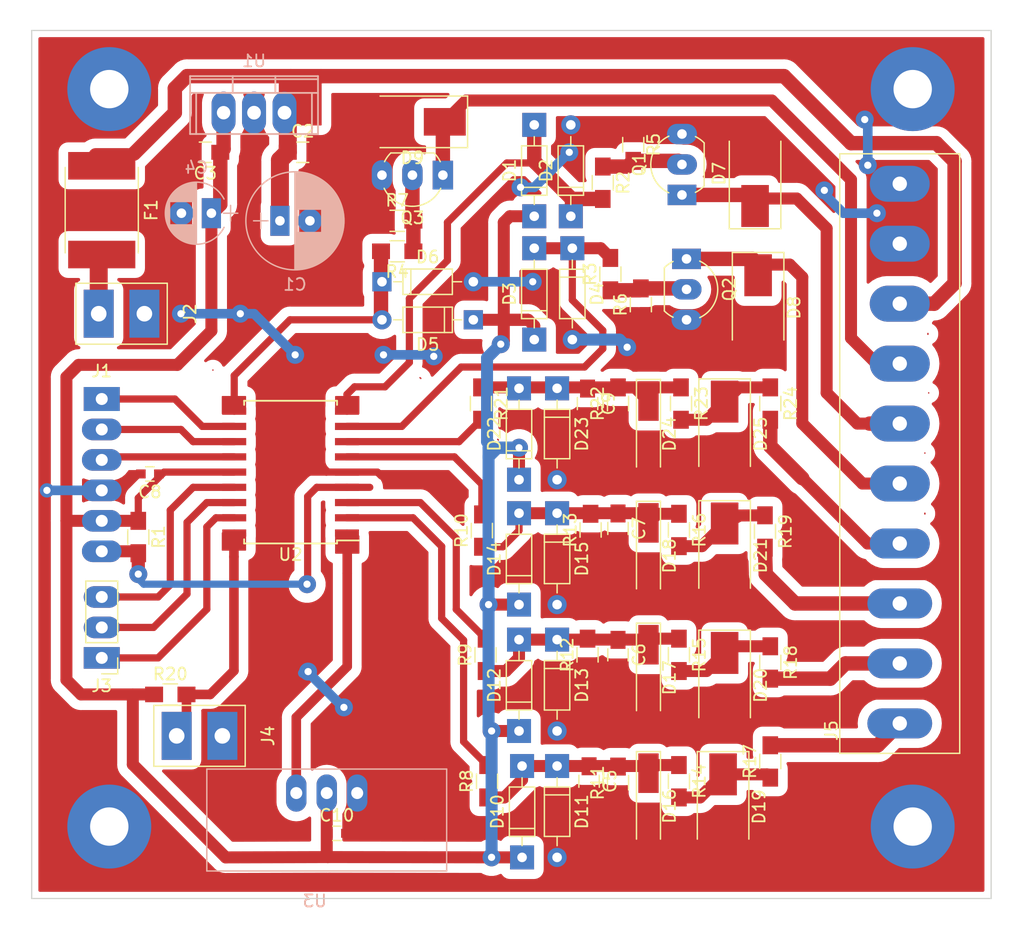
<source format=kicad_pcb>
(kicad_pcb (version 20171130) (host pcbnew 5.1.5-52549c5~84~ubuntu18.04.1)
  (layers (0 F.Cu signal) (31 B.Cu signal) (34 B.Paste user) (35 F.Paste user) (36 B.SilkS user) (37 F.SilkS user) (38 B.Mask user hide) (39 F.Mask user hide) (44 Edge.Cuts user))
  (net 0 "")
  (net 1 +12V)
  (net 2 GND)
  (net 3 +5V)
  (net 4 "Net-(C5-Pad1)")
  (net 5 "Net-(C6-Pad1)")
  (net 6 "Net-(C7-Pad1)")
  (net 7 "Net-(C9-Pad1)")
  (net 8 /open_gate_uc)
  (net 9 /output_2_uc)
  (net 10 /output_1_uc)
  (net 11 /open_gate)
  (net 12 /output_2)
  (net 13 /output_1)
  (net 14 "Net-(D19-Pad1)")
  (net 15 "Net-(D20-Pad1)")
  (net 16 "Net-(D21-Pad1)")
  (net 17 "Net-(D25-Pad1)")
  (net 18 "Net-(F1-Pad2)")
  (net 19 /TX)
  (net 20 /PGC)
  (net 21 /PGD)
  (net 22 /RST)
  (net 23 /gate_sw)
  (net 24 /input_1)
  (net 25 /bell_wicket)
  (net 26 /phs_gate)
  (net 27 /phs_wicket)
  (net 28 "Net-(Q1-Pad2)")
  (net 29 "Net-(Q2-Pad2)")
  (net 30 "Net-(Q3-Pad2)")
  (net 31 /phs_wicket_uc)
  (net 32 /phs_gate_uc)
  (net 33 /bell_wicket_uc)
  (net 34 /input_1_uc)
  (net 35 /radio_tx)
  (net 36 /RA0)
  (net 37 /RA7)
  (net 38 /RA6)
  (module Pin_Headers:Pin_Header_Straight_1x03_Pitch2.54mm (layer F.Cu) (at 182.372 106.934 180)
    (fp_text reference J3 (at 0 -2.33) (layer F.SilkS))
    (fp_text value Conn_01x03)
    (pad 1 thru_hole rect (at 0 0 180) (size 3 1.8) (drill 1) (layers *.Cu *.Mask) (net 36 /RA0))
    (pad 2 thru_hole oval (at 0 2.54 180) (size 3 1.8) (drill 1) (layers *.Cu *.Mask) (net 37 /RA7))
    (pad 3 thru_hole oval (at 0 5.08 180) (size 3 1.8) (drill 1) (layers *.Cu *.Mask) (net 38 /RA6))
  )
  (module My-Footprints:433MHz-Trasmitter (layer B.Cu) (at 191.135 116.205)
    (fp_text reference U3 (at 9 11) (layer B.SilkS) (effects (justify mirror)))
    (fp_text value 433MHz-Transmitter)
    (pad 1 thru_hole oval (at 7.46 2) (size 1.7 3.1) (drill 1) (layers *.Cu *.Mask) (net 35 /radio_tx))
    (pad 3 thru_hole oval (at 12.54 2) (size 1.7 3.1) (drill 1) (layers *.Cu *.Mask) (net 2 GND))
    (pad 2 thru_hole oval (at 10 2) (size 1.7 3.1) (drill 1) (layers *.Cu *.Mask) (net 3 +5V))
  )
  (module Capacitors_SMD:C_0603 (layer F.Cu) (at 201.9808 121.5644)
    (fp_text reference C10 (at 0 -1.5) (layer F.SilkS))
    (fp_text value 100n)
    (pad 2 smd rect (at 0.75 0) (size 0.8 0.75) (layers F.Cu F.Paste F.Mask) (net 2 GND))
    (pad 1 smd rect (at -0.75 0) (size 0.8 0.75) (layers F.Cu F.Paste F.Mask) (net 3 +5V))
  )
  (module Capacitors_SMD:C_0603 (layer F.Cu) (at 186.3852 91.5924 180)
    (fp_text reference C8 (at 0 -1.5) (layer F.SilkS))
    (fp_text value 100n)
    (pad 2 smd rect (at 0.75 0 180) (size 0.8 0.75) (layers F.Cu F.Paste F.Mask) (net 2 GND))
    (pad 1 smd rect (at -0.75 0 180) (size 0.8 0.75) (layers F.Cu F.Paste F.Mask) (net 3 +5V))
  )
  (module My-Footprints:TO-92_Inline_Wide (layer F.Cu) (at 210.82 66.675 180)
    (fp_text reference Q3 (at 2.54 -3.56 180) (layer F.SilkS))
    (fp_text value BC547)
    (pad 1 thru_hole rect (at 0 0 270) (size 2.4 1.7) (drill 0.8) (layers *.Cu *.Mask) (net 13 /output_1))
    (pad 3 thru_hole oval (at 5.08 0 270) (size 2.5 1.7) (drill 0.8) (layers *.Cu *.Mask) (net 2 GND))
    (pad 2 thru_hole oval (at 2.54 0 270) (size 2.5 1.7) (drill 0.8) (layers *.Cu *.Mask) (net 30 "Net-(Q3-Pad2)"))
  )
  (module My-Footprints:TO-92_Inline_Wide (layer F.Cu) (at 231.14 73.66 270)
    (fp_text reference Q2 (at 2.54 -3.56 270) (layer F.SilkS))
    (fp_text value BC547)
    (pad 1 thru_hole rect (at 0 0) (size 2.4 1.7) (drill 0.8) (layers *.Cu *.Mask) (net 12 /output_2))
    (pad 3 thru_hole oval (at 5.08 0) (size 2.5 1.7) (drill 0.8) (layers *.Cu *.Mask) (net 2 GND))
    (pad 2 thru_hole oval (at 2.54 0) (size 2.5 1.7) (drill 0.8) (layers *.Cu *.Mask) (net 29 "Net-(Q2-Pad2)"))
  )
  (module My-Footprints:TO-92_Inline_Wide (layer F.Cu) (at 230.759 68.326 90)
    (fp_text reference Q1 (at 2.54 -3.56 270) (layer F.SilkS))
    (fp_text value BC547)
    (pad 1 thru_hole rect (at 0 0 180) (size 2.4 1.7) (drill 0.8) (layers *.Cu *.Mask) (net 11 /open_gate))
    (pad 3 thru_hole oval (at 5.08 0 180) (size 2.5 1.7) (drill 0.8) (layers *.Cu *.Mask) (net 2 GND))
    (pad 2 thru_hole oval (at 2.54 0 180) (size 2.5 1.7) (drill 0.8) (layers *.Cu *.Mask) (net 28 "Net-(Q1-Pad2)"))
  )
  (module My-Footprints:Pin_Header_Straight_1x06_Pitch2.54mm (layer F.Cu) (at 182.372 85.344)
    (fp_text reference J1 (at 0 -2.33) (layer F.SilkS))
    (fp_text value ICP)
    (pad 6 thru_hole oval (at 0 12.7) (size 3.3 1.8) (drill 1) (layers *.Cu *.Mask) (net 22 /RST))
    (pad 5 thru_hole oval (at 0 10.16) (size 3.3 1.8) (drill 1) (layers *.Cu *.Mask) (net 3 +5V))
    (pad 4 thru_hole oval (at 0 7.62) (size 3.3 1.8) (drill 1) (layers *.Cu *.Mask) (net 2 GND))
    (pad 3 thru_hole oval (at 0 5.08) (size 3.3 1.8) (drill 1) (layers *.Cu *.Mask) (net 21 /PGD))
    (pad 2 thru_hole oval (at 0 2.54) (size 3.3 1.8) (drill 1) (layers *.Cu *.Mask) (net 20 /PGC))
    (pad 1 thru_hole rect (at 0 0) (size 3 2) (drill 1) (layers *.Cu *.Mask) (net 19 /TX))
  )
  (module Diodes_SMD:D_SMB_Handsoldering (layer F.Cu) (at 234.315 88.265 270)
    (fp_text reference D25 (at 0 -3 90) (layer F.SilkS))
    (fp_text value D_TVS)
    (pad 1 smd rect (at -2.7 0 270) (size 3.5 2.3) (layers F.Cu F.Paste F.Mask) (net 17 "Net-(D25-Pad1)"))
    (pad 2 smd rect (at 2.7 0 270) (size 3.5 2.3) (layers F.Cu F.Paste F.Mask) (net 2 GND))
  )
  (module Diodes_SMD:D_SMB_Handsoldering (layer F.Cu) (at 234.315 98.425 270)
    (fp_text reference D21 (at 0 -3 90) (layer F.SilkS))
    (fp_text value D_TVS)
    (pad 1 smd rect (at -2.7 0 270) (size 3.5 2.3) (layers F.Cu F.Paste F.Mask) (net 16 "Net-(D21-Pad1)"))
    (pad 2 smd rect (at 2.7 0 270) (size 3.5 2.3) (layers F.Cu F.Paste F.Mask) (net 2 GND))
  )
  (module Diodes_SMD:D_SMB_Handsoldering (layer F.Cu) (at 234.315 109.22 270)
    (fp_text reference D20 (at 0 -3 90) (layer F.SilkS))
    (fp_text value D_TVS)
    (pad 1 smd rect (at -2.7 0 270) (size 3.5 2.3) (layers F.Cu F.Paste F.Mask) (net 15 "Net-(D20-Pad1)"))
    (pad 2 smd rect (at 2.7 0 270) (size 3.5 2.3) (layers F.Cu F.Paste F.Mask) (net 2 GND))
  )
  (module Diodes_SMD:D_SMB_Handsoldering (layer F.Cu) (at 234.188 119.347 270)
    (fp_text reference D19 (at 0 -3 90) (layer F.SilkS))
    (fp_text value D_TVS)
    (pad 1 smd rect (at -2.7 0 270) (size 3.5 2.3) (layers F.Cu F.Paste F.Mask) (net 14 "Net-(D19-Pad1)"))
    (pad 2 smd rect (at 2.7 0 270) (size 3.5 2.3) (layers F.Cu F.Paste F.Mask) (net 2 GND))
  )
  (module Diodes_SMD:D_SMB_Handsoldering (layer F.Cu) (at 208.28 62.23 180)
    (fp_text reference D9 (at 0 -3) (layer F.SilkS))
    (fp_text value D_TVS)
    (pad 1 smd rect (at -2.7 0 180) (size 3.5 2.3) (layers F.Cu F.Paste F.Mask) (net 13 /output_1))
    (pad 2 smd rect (at 2.7 0 180) (size 3.5 2.3) (layers F.Cu F.Paste F.Mask) (net 2 GND))
  )
  (module Diodes_SMD:D_SMB_Handsoldering (layer F.Cu) (at 237.109 77.724 270)
    (fp_text reference D8 (at 0 -3 90) (layer F.SilkS))
    (fp_text value D_TVS)
    (pad 1 smd rect (at -2.7 0 270) (size 3.5 2.3) (layers F.Cu F.Paste F.Mask) (net 12 /output_2))
    (pad 2 smd rect (at 2.7 0 270) (size 3.5 2.3) (layers F.Cu F.Paste F.Mask) (net 2 GND))
  )
  (module Diodes_SMD:D_SMB_Handsoldering (layer F.Cu) (at 236.855 66.548 90)
    (fp_text reference D7 (at 0 -3 90) (layer F.SilkS))
    (fp_text value x)
    (pad 1 smd rect (at -2.7 0 90) (size 3.5 2.3) (layers F.Cu F.Paste F.Mask) (net 11 /open_gate))
    (pad 2 smd rect (at 2.7 0 90) (size 3.5 2.3) (layers F.Cu F.Paste F.Mask) (net 2 GND))
  )
  (module Housings_SOIC:SOIC-18W_7.5x11.6mm_Pitch1.27mm (layer F.Cu) (at 198.12 91.44 180)
    (fp_text reference U2 (at 0 -6.875) (layer F.SilkS))
    (fp_text value PIC16F819-ISO)
    (pad 1 smd rect (at -4.7 -5.08 180) (size 2 0.6) (layers F.Cu F.Paste F.Mask) (net 35 /radio_tx))
    (pad 2 smd rect (at -4.7 -3.81 180) (size 2 0.6) (layers F.Cu F.Paste F.Mask) (net 31 /phs_wicket_uc))
    (pad 3 smd rect (at -4.7 -2.54 180) (size 2 0.6) (layers F.Cu F.Paste F.Mask) (net 32 /phs_gate_uc))
    (pad 4 smd rect (at -4.7 -1.27 180) (size 2 0.6) (layers F.Cu F.Paste F.Mask) (net 22 /RST))
    (pad 5 smd rect (at -4.7 0 180) (size 2 0.6) (layers F.Cu F.Paste F.Mask) (net 2 GND))
    (pad 6 smd rect (at -4.7 1.27 180) (size 2 0.6) (layers F.Cu F.Paste F.Mask) (net 33 /bell_wicket_uc))
    (pad 7 smd rect (at -4.7 2.54 180) (size 2 0.6) (layers F.Cu F.Paste F.Mask) (net 34 /input_1_uc))
    (pad 8 smd rect (at -4.7 3.81 180) (size 2 0.6) (layers F.Cu F.Paste F.Mask) (net 9 /output_2_uc))
    (pad 9 smd rect (at -4.7 5.08 180) (size 2 0.6) (layers F.Cu F.Paste F.Mask) (net 8 /open_gate_uc))
    (pad 10 smd rect (at 4.7 5.08 180) (size 2 0.6) (layers F.Cu F.Paste F.Mask) (net 10 /output_1_uc))
    (pad 11 smd rect (at 4.7 3.81 180) (size 2 0.6) (layers F.Cu F.Paste F.Mask) (net 19 /TX))
    (pad 12 smd rect (at 4.7 2.54 180) (size 2 0.6) (layers F.Cu F.Paste F.Mask) (net 20 /PGC))
    (pad 13 smd rect (at 4.7 1.27 180) (size 2 0.6) (layers F.Cu F.Paste F.Mask) (net 21 /PGD))
    (pad 14 smd rect (at 4.7 0 180) (size 2 0.6) (layers F.Cu F.Paste F.Mask) (net 3 +5V))
    (pad 15 smd rect (at 4.7 -1.27 180) (size 2 0.6) (layers F.Cu F.Paste F.Mask) (net 38 /RA6))
    (pad 16 smd rect (at 4.7 -2.54 180) (size 2 0.6) (layers F.Cu F.Paste F.Mask) (net 37 /RA7))
    (pad 17 smd rect (at 4.7 -3.81 180) (size 2 0.6) (layers F.Cu F.Paste F.Mask) (net 36 /RA0))
    (pad 18 smd rect (at 4.7 -5.08 180) (size 2 0.6) (layers F.Cu F.Paste F.Mask) (net 23 /gate_sw))
  )
  (module Power_Integrations:TO-220 (layer B.Cu) (at 195.072 61.468 180)
    (fp_text reference U1 (at 0 4.318) (layer B.SilkS) (effects (justify mirror)))
    (fp_text value L7805)
    (pad 2 thru_hole oval (at 0 0 180) (size 2 3.5) (drill 1.143) (layers *.Cu *.Mask) (net 2 GND))
    (pad 3 thru_hole oval (at 2.54 0 180) (size 2 3.5) (drill 1.12) (layers *.Cu *.Mask) (net 3 +5V))
    (pad 1 thru_hole oval (at -2.54 0 180) (size 2 3.5) (drill 1.143) (layers *.Cu *.Mask) (net 1 +12V))
  )
  (module Resistors_SMD:R_0805_HandSoldering (layer F.Cu) (at 238.125 85.725 270)
    (fp_text reference R24 (at 0 -1.7 90) (layer F.SilkS))
    (fp_text value 10R)
    (pad 1 smd rect (at -1.35 0 270) (size 1.5 1.3) (layers F.Cu F.Paste F.Mask) (net 17 "Net-(D25-Pad1)"))
    (pad 2 smd rect (at 1.35 0 270) (size 1.5 1.3) (layers F.Cu F.Paste F.Mask) (net 24 /input_1))
  )
  (module Resistors_SMD:R_0805_HandSoldering (layer F.Cu) (at 230.679 85.725 270)
    (fp_text reference R23 (at 0 -1.7 90) (layer F.SilkS))
    (fp_text value 1k)
    (pad 1 smd rect (at -1.35 0 270) (size 1.5 1.3) (layers F.Cu F.Paste F.Mask) (net 7 "Net-(C9-Pad1)"))
    (pad 2 smd rect (at 1.35 0 270) (size 1.5 1.3) (layers F.Cu F.Paste F.Mask) (net 17 "Net-(D25-Pad1)"))
  )
  (module Resistors_SMD:R_0805_HandSoldering (layer F.Cu) (at 225.425 85.725 90)
    (fp_text reference R22 (at 0 -1.7 90) (layer F.SilkS))
    (fp_text value 100k)
    (pad 1 smd rect (at -1.35 0 90) (size 1.5 1.3) (layers F.Cu F.Paste F.Mask) (net 2 GND))
    (pad 2 smd rect (at 1.35 0 90) (size 1.5 1.3) (layers F.Cu F.Paste F.Mask) (net 7 "Net-(C9-Pad1)"))
  )
  (module Resistors_SMD:R_0805_HandSoldering (layer F.Cu) (at 213.995 85.725 270)
    (fp_text reference R21 (at 0 -1.7 90) (layer F.SilkS))
    (fp_text value 1M)
    (pad 1 smd rect (at -1.35 0 270) (size 1.5 1.3) (layers F.Cu F.Paste F.Mask) (net 7 "Net-(C9-Pad1)"))
    (pad 2 smd rect (at 1.35 0 270) (size 1.5 1.3) (layers F.Cu F.Paste F.Mask) (net 34 /input_1_uc))
  )
  (module Resistors_SMD:R_0805_HandSoldering (layer F.Cu) (at 188.087 109.982)
    (fp_text reference R20 (at 0 -1.7) (layer F.SilkS))
    (fp_text value 10k)
    (pad 1 smd rect (at -1.35 0) (size 1.5 1.3) (layers F.Cu F.Paste F.Mask) (net 3 +5V))
    (pad 2 smd rect (at 1.35 0) (size 1.5 1.3) (layers F.Cu F.Paste F.Mask) (net 23 /gate_sw))
  )
  (module Resistors_SMD:R_0805_HandSoldering (layer F.Cu) (at 237.6805 96.393 270)
    (fp_text reference R19 (at 0 -1.7 90) (layer F.SilkS))
    (fp_text value 10R)
    (pad 1 smd rect (at -1.35 0 270) (size 1.5 1.3) (layers F.Cu F.Paste F.Mask) (net 16 "Net-(D21-Pad1)"))
    (pad 2 smd rect (at 1.35 0 270) (size 1.5 1.3) (layers F.Cu F.Paste F.Mask) (net 25 /bell_wicket))
  )
  (module Resistors_SMD:R_0805_HandSoldering (layer F.Cu) (at 238.125 107.315 270)
    (fp_text reference R18 (at 0 -1.7 90) (layer F.SilkS))
    (fp_text value 10R)
    (pad 1 smd rect (at -1.35 0 270) (size 1.5 1.3) (layers F.Cu F.Paste F.Mask) (net 15 "Net-(D20-Pad1)"))
    (pad 2 smd rect (at 1.35 0 270) (size 1.5 1.3) (layers F.Cu F.Paste F.Mask) (net 26 /phs_gate))
  )
  (module Resistors_SMD:R_0805_HandSoldering (layer F.Cu) (at 238.125 115.57 90)
    (fp_text reference R17 (at 0 -1.7 90) (layer F.SilkS))
    (fp_text value 10R)
    (pad 1 smd rect (at -1.35 0 90) (size 1.5 1.3) (layers F.Cu F.Paste F.Mask) (net 14 "Net-(D19-Pad1)"))
    (pad 2 smd rect (at 1.35 0 90) (size 1.5 1.3) (layers F.Cu F.Paste F.Mask) (net 27 /phs_wicket))
  )
  (module Resistors_SMD:R_0805_HandSoldering (layer F.Cu) (at 230.505 96.266 270)
    (fp_text reference R16 (at 0 -1.7 90) (layer F.SilkS))
    (fp_text value 1k)
    (pad 1 smd rect (at -1.35 0 270) (size 1.5 1.3) (layers F.Cu F.Paste F.Mask) (net 6 "Net-(C7-Pad1)"))
    (pad 2 smd rect (at 1.35 0 270) (size 1.5 1.3) (layers F.Cu F.Paste F.Mask) (net 16 "Net-(D21-Pad1)"))
  )
  (module Resistors_SMD:R_0805_HandSoldering (layer F.Cu) (at 230.505 106.68 270)
    (fp_text reference R15 (at 0 -1.7 90) (layer F.SilkS))
    (fp_text value 1k)
    (pad 1 smd rect (at -1.35 0 270) (size 1.5 1.3) (layers F.Cu F.Paste F.Mask) (net 5 "Net-(C6-Pad1)"))
    (pad 2 smd rect (at 1.35 0 270) (size 1.5 1.3) (layers F.Cu F.Paste F.Mask) (net 15 "Net-(D20-Pad1)"))
  )
  (module Resistors_SMD:R_0805_HandSoldering (layer F.Cu) (at 230.505 117.221 270)
    (fp_text reference R14 (at 0 -1.7 90) (layer F.SilkS))
    (fp_text value 1k)
    (pad 1 smd rect (at -1.35 0 270) (size 1.5 1.3) (layers F.Cu F.Paste F.Mask) (net 4 "Net-(C5-Pad1)"))
    (pad 2 smd rect (at 1.35 0 270) (size 1.5 1.3) (layers F.Cu F.Paste F.Mask) (net 14 "Net-(D19-Pad1)"))
  )
  (module Resistors_SMD:R_0805_HandSoldering (layer F.Cu) (at 223.139 96.266 90)
    (fp_text reference R13 (at 0 -1.7 90) (layer F.SilkS))
    (fp_text value 100k)
    (pad 1 smd rect (at -1.35 0 90) (size 1.5 1.3) (layers F.Cu F.Paste F.Mask) (net 2 GND))
    (pad 2 smd rect (at 1.35 0 90) (size 1.5 1.3) (layers F.Cu F.Paste F.Mask) (net 6 "Net-(C7-Pad1)"))
  )
  (module Resistors_SMD:R_0805_HandSoldering (layer F.Cu) (at 222.885 106.68 90)
    (fp_text reference R12 (at 0 -1.7 90) (layer F.SilkS))
    (fp_text value 100k)
    (pad 1 smd rect (at -1.35 0 90) (size 1.5 1.3) (layers F.Cu F.Paste F.Mask) (net 2 GND))
    (pad 2 smd rect (at 1.35 0 90) (size 1.5 1.3) (layers F.Cu F.Paste F.Mask) (net 5 "Net-(C6-Pad1)"))
  )
  (module Resistors_SMD:R_0805_HandSoldering (layer F.Cu) (at 225.425 117.348 90)
    (fp_text reference R11 (at 0 -1.7 90) (layer F.SilkS))
    (fp_text value 100k)
    (pad 1 smd rect (at -1.35 0 90) (size 1.5 1.3) (layers F.Cu F.Paste F.Mask) (net 2 GND))
    (pad 2 smd rect (at 1.35 0 90) (size 1.5 1.3) (layers F.Cu F.Paste F.Mask) (net 4 "Net-(C5-Pad1)"))
  )
  (module Resistors_SMD:R_0805_HandSoldering (layer F.Cu) (at 214.0712 96.3168 90)
    (fp_text reference R10 (at 0 -1.7 90) (layer F.SilkS))
    (fp_text value 1M)
    (pad 1 smd rect (at -1.35 0 90) (size 1.5 1.3) (layers F.Cu F.Paste F.Mask) (net 6 "Net-(C7-Pad1)"))
    (pad 2 smd rect (at 1.35 0 90) (size 1.5 1.3) (layers F.Cu F.Paste F.Mask) (net 33 /bell_wicket_uc))
  )
  (module Resistors_SMD:R_0805_HandSoldering (layer F.Cu) (at 214.376 106.68 90)
    (fp_text reference R9 (at 0 -1.7 90) (layer F.SilkS))
    (fp_text value 1M)
    (pad 1 smd rect (at -1.35 0 90) (size 1.5 1.3) (layers F.Cu F.Paste F.Mask) (net 5 "Net-(C6-Pad1)"))
    (pad 2 smd rect (at 1.35 0 90) (size 1.5 1.3) (layers F.Cu F.Paste F.Mask) (net 32 /phs_gate_uc))
  )
  (module Resistors_SMD:R_0805_HandSoldering (layer F.Cu) (at 214.503 117.221 90)
    (fp_text reference R8 (at 0 -1.7 90) (layer F.SilkS))
    (fp_text value 1M)
    (pad 1 smd rect (at -1.35 0 90) (size 1.5 1.3) (layers F.Cu F.Paste F.Mask) (net 4 "Net-(C5-Pad1)"))
    (pad 2 smd rect (at 1.35 0 90) (size 1.5 1.3) (layers F.Cu F.Paste F.Mask) (net 31 /phs_wicket_uc))
  )
  (module Resistors_SMD:R_0805_HandSoldering (layer F.Cu) (at 207.01 70.485)
    (fp_text reference R7 (at 0 -1.7) (layer F.SilkS))
    (fp_text value 10k)
    (pad 1 smd rect (at -1.35 0) (size 1.5 1.3) (layers F.Cu F.Paste F.Mask) (net 2 GND))
    (pad 2 smd rect (at 1.35 0) (size 1.5 1.3) (layers F.Cu F.Paste F.Mask) (net 30 "Net-(Q3-Pad2)"))
  )
  (module Resistors_SMD:R_0805_HandSoldering (layer F.Cu) (at 227.33 77.47 90)
    (fp_text reference R6 (at 0 -1.7 90) (layer F.SilkS))
    (fp_text value 10k)
    (pad 1 smd rect (at -1.35 0 90) (size 1.5 1.3) (layers F.Cu F.Paste F.Mask) (net 2 GND))
    (pad 2 smd rect (at 1.35 0 90) (size 1.5 1.3) (layers F.Cu F.Paste F.Mask) (net 29 "Net-(Q2-Pad2)"))
  )
  (module Resistors_SMD:R_0805_HandSoldering (layer F.Cu) (at 226.695 64.135 270)
    (fp_text reference R5 (at 0 -1.7 90) (layer F.SilkS))
    (fp_text value 10k)
    (pad 1 smd rect (at -1.35 0 270) (size 1.5 1.3) (layers F.Cu F.Paste F.Mask) (net 2 GND))
    (pad 2 smd rect (at 1.35 0 270) (size 1.5 1.3) (layers F.Cu F.Paste F.Mask) (net 28 "Net-(Q1-Pad2)"))
  )
  (module Resistors_SMD:R_0805_HandSoldering (layer F.Cu) (at 207.01 73.025 180)
    (fp_text reference R4 (at 0 -1.7) (layer F.SilkS))
    (fp_text value 2k2)
    (pad 1 smd rect (at -1.35 0 180) (size 1.5 1.3) (layers F.Cu F.Paste F.Mask) (net 30 "Net-(Q3-Pad2)"))
    (pad 2 smd rect (at 1.35 0 180) (size 1.5 1.3) (layers F.Cu F.Paste F.Mask) (net 10 /output_1_uc))
  )
  (module Resistors_SMD:R_0805_HandSoldering (layer F.Cu) (at 224.79 74.93 90)
    (fp_text reference R3 (at 0 -1.7 90) (layer F.SilkS))
    (fp_text value 2k2)
    (pad 1 smd rect (at -1.35 0 90) (size 1.5 1.3) (layers F.Cu F.Paste F.Mask) (net 29 "Net-(Q2-Pad2)"))
    (pad 2 smd rect (at 1.35 0 90) (size 1.5 1.3) (layers F.Cu F.Paste F.Mask) (net 9 /output_2_uc))
  )
  (module Resistors_SMD:R_0805_HandSoldering (layer F.Cu) (at 224.155 67.31 270)
    (fp_text reference R2 (at 0 -1.7 90) (layer F.SilkS))
    (fp_text value 2k2)
    (pad 1 smd rect (at -1.35 0 270) (size 1.5 1.3) (layers F.Cu F.Paste F.Mask) (net 28 "Net-(Q1-Pad2)"))
    (pad 2 smd rect (at 1.35 0 270) (size 1.5 1.3) (layers F.Cu F.Paste F.Mask) (net 8 /open_gate_uc))
  )
  (module Resistors_SMD:R_0805_HandSoldering (layer F.Cu) (at 185.42 96.854 270)
    (fp_text reference R1 (at 0 -1.7 90) (layer F.SilkS))
    (fp_text value 10k)
    (pad 1 smd rect (at -1.35 0 270) (size 1.5 1.3) (layers F.Cu F.Paste F.Mask) (net 3 +5V))
    (pad 2 smd rect (at 1.35 0 270) (size 1.5 1.3) (layers F.Cu F.Paste F.Mask) (net 22 /RST))
  )
  (module My-Footprints:Screw-Terminal-5.00mm-10pin (layer F.Cu) (at 248.92 112.395 90)
    (fp_text reference J5 (at -0.6 -5.7 90) (layer F.SilkS))
    (fp_text value Screw_Terminal_01x10)
    (pad 10 thru_hole oval (at 45 0 180) (size 5 3) (drill 1.2) (layers *.Cu *.Mask) (net 2 GND))
    (pad 9 thru_hole oval (at 40 0 180) (size 5 3) (drill 1.2) (layers *.Cu *.Mask) (net 2 GND))
    (pad 8 thru_hole oval (at 35 0 180) (size 5 3) (drill 1.2) (layers *.Cu *.Mask) (net 1 +12V))
    (pad 7 thru_hole oval (at 30 0 180) (size 5 3) (drill 1.2) (layers *.Cu *.Mask) (net 13 /output_1))
    (pad 6 thru_hole oval (at 25 0 180) (size 5 3) (drill 1.2) (layers *.Cu *.Mask) (net 11 /open_gate))
    (pad 5 thru_hole oval (at 20 0 180) (size 5 3) (drill 1.2) (layers *.Cu *.Mask) (net 12 /output_2))
    (pad 4 thru_hole oval (at 15 0 180) (size 5 2.5) (drill 1.2) (layers *.Cu *.Mask) (net 24 /input_1))
    (pad 3 thru_hole oval (at 10 0 180) (size 5.4 2.5) (drill 1.2) (layers *.Cu *.Mask) (net 25 /bell_wicket))
    (pad 2 thru_hole oval (at 5 0 180) (size 5.4 2.5) (drill 1.2) (layers *.Cu *.Mask) (net 26 /phs_gate))
    (pad 1 thru_hole oval (at 0 0 180) (size 5.4 2.5) (drill 1.2) (layers *.Cu *.Mask) (net 27 /phs_wicket))
  )
  (module My-Footprints:Conn_1x2_wire (layer F.Cu) (at 192.4304 113.4364 270)
    (fp_text reference J4 (at 0 -3.81 90) (layer F.SilkS))
    (fp_text value Gate-SW)
    (pad 2 thru_hole rect (at 0 3.81 270) (size 4 2.5) (drill 1.3) (layers *.Cu *.Mask) (net 23 /gate_sw))
    (pad 1 thru_hole rect (at 0 0 270) (size 4 2.5) (drill 1.3) (layers *.Cu *.Mask) (net 2 GND))
  )
  (module My-Footprints:Conn_1x2_wire (layer F.Cu) (at 185.928 78.232 270)
    (fp_text reference J2 (at 0 -3.81 90) (layer F.SilkS))
    (fp_text value Power-Supply-12V)
    (pad 2 thru_hole rect (at 0 3.81 270) (size 4 2.5) (drill 1.3) (layers *.Cu *.Mask) (net 18 "Net-(F1-Pad2)"))
    (pad 1 thru_hole rect (at 0 0 270) (size 4 2.5) (drill 1.3) (layers *.Cu *.Mask) (net 2 GND))
  )
  (module Fuse_Holders_and_Fuses:Fuse_SMD2920 (layer F.Cu) (at 182.372 69.596 270)
    (fp_text reference F1 (at 0 -4.13 90) (layer F.SilkS))
    (fp_text value 1,5A)
    (pad 1 smd rect (at -3.7 0) (size 5.6 2.3) (layers F.Cu F.Paste F.Mask) (net 1 +12V))
    (pad 2 smd rect (at 3.7 0) (size 5.6 2.3) (layers F.Cu F.Paste F.Mask) (net 18 "Net-(F1-Pad2)"))
  )
  (module Diodes_SMD:D_MiniMELF_Handsoldering (layer F.Cu) (at 227.965 88.265 270)
    (fp_text reference D24 (at 0 -1.75 90) (layer F.SilkS))
    (fp_text value 4V7)
    (pad 1 smd rect (at -2.75 0 270) (size 3.3 1.7) (layers F.Cu F.Paste F.Mask) (net 7 "Net-(C9-Pad1)"))
    (pad 2 smd rect (at 2.75 0 270) (size 3.3 1.7) (layers F.Cu F.Paste F.Mask) (net 2 GND))
  )
  (module Diodes_ThroughHole:D_DO-35_SOD27_P7.62mm_Horizontal (layer F.Cu) (at 220.345 84.455 270)
    (fp_text reference D23 (at 3.81 -2.06 90) (layer F.SilkS))
    (fp_text value 1N4148)
    (pad 1 thru_hole rect (at 0 0 270) (size 2 2) (drill 0.8) (layers *.Cu *.Mask) (net 7 "Net-(C9-Pad1)"))
    (pad 2 thru_hole oval (at 7.62 0 270) (size 1.6 1.6) (drill 0.8) (layers *.Cu *.Mask) (net 2 GND))
  )
  (module Diodes_ThroughHole:D_DO-35_SOD27_P7.62mm_Horizontal (layer F.Cu) (at 217.17 92.075 90)
    (fp_text reference D22 (at 3.81 -2.06 90) (layer F.SilkS))
    (fp_text value 1N4148)
    (pad 1 thru_hole rect (at 0 0 90) (size 2 2) (drill 0.8) (layers *.Cu *.Mask) (net 3 +5V))
    (pad 2 thru_hole rect (at 7.62 0 90) (size 2 2) (drill 0.8) (layers *.Cu *.Mask) (net 7 "Net-(C9-Pad1)"))
  )
  (module Diodes_SMD:D_MiniMELF_Handsoldering (layer F.Cu) (at 227.965 98.425 270)
    (fp_text reference D18 (at 0 -1.75 90) (layer F.SilkS))
    (fp_text value 4V7)
    (pad 1 smd rect (at -2.75 0 270) (size 3.3 1.7) (layers F.Cu F.Paste F.Mask) (net 6 "Net-(C7-Pad1)"))
    (pad 2 smd rect (at 2.75 0 270) (size 3.3 1.7) (layers F.Cu F.Paste F.Mask) (net 2 GND))
  )
  (module Diodes_SMD:D_MiniMELF_Handsoldering (layer F.Cu) (at 227.965 108.585 270)
    (fp_text reference D17 (at 0 -1.75 90) (layer F.SilkS))
    (fp_text value 4V7)
    (pad 1 smd rect (at -2.75 0 270) (size 3.3 1.7) (layers F.Cu F.Paste F.Mask) (net 5 "Net-(C6-Pad1)"))
    (pad 2 smd rect (at 2.75 0 270) (size 3.3 1.7) (layers F.Cu F.Paste F.Mask) (net 2 GND))
  )
  (module Diodes_SMD:D_MiniMELF_Handsoldering (layer F.Cu) (at 227.965 119.297 270)
    (fp_text reference D16 (at 0 -1.75 90) (layer F.SilkS))
    (fp_text value 4V7)
    (pad 1 smd rect (at -2.75 0 270) (size 3.3 1.7) (layers F.Cu F.Paste F.Mask) (net 4 "Net-(C5-Pad1)"))
    (pad 2 smd rect (at 2.75 0 270) (size 3.3 1.7) (layers F.Cu F.Paste F.Mask) (net 2 GND))
  )
  (module Diodes_ThroughHole:D_DO-35_SOD27_P7.62mm_Horizontal (layer F.Cu) (at 220.345 94.869 270)
    (fp_text reference D15 (at 3.81 -2.06 90) (layer F.SilkS))
    (fp_text value 1N4148)
    (pad 1 thru_hole rect (at 0 0 270) (size 2 2) (drill 0.8) (layers *.Cu *.Mask) (net 6 "Net-(C7-Pad1)"))
    (pad 2 thru_hole oval (at 7.62 0 270) (size 1.6 1.6) (drill 0.8) (layers *.Cu *.Mask) (net 2 GND))
  )
  (module Diodes_ThroughHole:D_DO-35_SOD27_P7.62mm_Horizontal (layer F.Cu) (at 217.17 102.489 90)
    (fp_text reference D14 (at 3.81 -2.06 90) (layer F.SilkS))
    (fp_text value 1N4148)
    (pad 1 thru_hole rect (at 0 0 90) (size 2 2) (drill 0.8) (layers *.Cu *.Mask) (net 3 +5V))
    (pad 2 thru_hole rect (at 7.62 0 90) (size 2 2) (drill 0.8) (layers *.Cu *.Mask) (net 6 "Net-(C7-Pad1)"))
  )
  (module Diodes_ThroughHole:D_DO-35_SOD27_P7.62mm_Horizontal (layer F.Cu) (at 220.345 105.41 270)
    (fp_text reference D13 (at 3.81 -2.06 90) (layer F.SilkS))
    (fp_text value 1N4148)
    (pad 1 thru_hole rect (at 0 0 270) (size 2 2) (drill 0.8) (layers *.Cu *.Mask) (net 5 "Net-(C6-Pad1)"))
    (pad 2 thru_hole oval (at 7.62 0 270) (size 1.6 1.6) (drill 0.8) (layers *.Cu *.Mask) (net 2 GND))
  )
  (module Diodes_ThroughHole:D_DO-35_SOD27_P7.62mm_Horizontal (layer F.Cu) (at 217.17 113.03 90)
    (fp_text reference D12 (at 3.81 -2.06 90) (layer F.SilkS))
    (fp_text value 1N4148)
    (pad 1 thru_hole rect (at 0 0 90) (size 2 2) (drill 0.8) (layers *.Cu *.Mask) (net 3 +5V))
    (pad 2 thru_hole rect (at 7.62 0 90) (size 2 2) (drill 0.8) (layers *.Cu *.Mask) (net 5 "Net-(C6-Pad1)"))
  )
  (module Diodes_ThroughHole:D_DO-35_SOD27_P7.62mm_Horizontal (layer F.Cu) (at 220.345 115.951 270)
    (fp_text reference D11 (at 3.81 -2.06 90) (layer F.SilkS))
    (fp_text value 1N4148)
    (pad 1 thru_hole rect (at 0 0 270) (size 2 2) (drill 0.8) (layers *.Cu *.Mask) (net 4 "Net-(C5-Pad1)"))
    (pad 2 thru_hole oval (at 7.62 0 270) (size 1.6 1.6) (drill 0.8) (layers *.Cu *.Mask) (net 2 GND))
  )
  (module Diodes_ThroughHole:D_DO-35_SOD27_P7.62mm_Horizontal (layer F.Cu) (at 217.424 123.571 90)
    (fp_text reference D10 (at 3.81 -2.06 90) (layer F.SilkS))
    (fp_text value 1N4148)
    (pad 1 thru_hole rect (at 0 0 90) (size 2 2) (drill 0.8) (layers *.Cu *.Mask) (net 3 +5V))
    (pad 2 thru_hole rect (at 7.62 0 90) (size 2 2) (drill 0.8) (layers *.Cu *.Mask) (net 4 "Net-(C5-Pad1)"))
  )
  (module Diodes_ThroughHole:D_DO-35_SOD27_P7.62mm_Horizontal (layer F.Cu) (at 205.74 75.565)
    (fp_text reference D6 (at 3.81 -2.06) (layer F.SilkS))
    (fp_text value 1N4148)
    (pad 1 thru_hole rect (at 0 0) (size 1.6 1.6) (drill 0.8) (layers *.Cu *.Mask) (net 10 /output_1_uc))
    (pad 2 thru_hole oval (at 7.62 0) (size 1.6 1.6) (drill 0.8) (layers *.Cu *.Mask) (net 2 GND))
  )
  (module Diodes_ThroughHole:D_DO-35_SOD27_P7.62mm_Horizontal (layer F.Cu) (at 213.36 78.74 180)
    (fp_text reference D5 (at 3.81 -2.06) (layer F.SilkS))
    (fp_text value 1N4148)
    (pad 1 thru_hole rect (at 0 0 180) (size 1.6 1.6) (drill 0.8) (layers *.Cu *.Mask) (net 3 +5V))
    (pad 2 thru_hole oval (at 7.62 0 180) (size 1.6 1.6) (drill 0.8) (layers *.Cu *.Mask) (net 10 /output_1_uc))
  )
  (module Diodes_ThroughHole:D_DO-35_SOD27_P7.62mm_Horizontal (layer F.Cu) (at 221.615 72.771 270)
    (fp_text reference D4 (at 3.81 -2.06 90) (layer F.SilkS))
    (fp_text value 1N4148)
    (pad 1 thru_hole rect (at 0 0 270) (size 2 2) (drill 0.8) (layers *.Cu *.Mask) (net 9 /output_2_uc))
    (pad 2 thru_hole oval (at 7.62 0 270) (size 1.6 1.6) (drill 0.8) (layers *.Cu *.Mask) (net 2 GND))
  )
  (module Diodes_ThroughHole:D_DO-35_SOD27_P7.62mm_Horizontal (layer F.Cu) (at 218.44 80.391 90)
    (fp_text reference D3 (at 3.81 -2.06 90) (layer F.SilkS))
    (fp_text value 1N4148)
    (pad 1 thru_hole rect (at 0 0 90) (size 2 2) (drill 0.8) (layers *.Cu *.Mask) (net 3 +5V))
    (pad 2 thru_hole rect (at 7.62 0 90) (size 2 2) (drill 0.8) (layers *.Cu *.Mask) (net 9 /output_2_uc))
  )
  (module Diodes_ThroughHole:D_DO-35_SOD27_P7.62mm_Horizontal (layer F.Cu) (at 221.488 70.104 90)
    (fp_text reference D2 (at 3.81 -2.06 90) (layer F.SilkS))
    (fp_text value 1N4148)
    (pad 1 thru_hole rect (at 0 0 90) (size 2 2) (drill 0.8) (layers *.Cu *.Mask) (net 8 /open_gate_uc))
    (pad 2 thru_hole oval (at 7.62 0 90) (size 1.6 1.6) (drill 0.8) (layers *.Cu *.Mask) (net 2 GND))
  )
  (module Diodes_ThroughHole:D_DO-35_SOD27_P7.62mm_Horizontal (layer F.Cu) (at 218.44 70.104 90)
    (fp_text reference D1 (at 3.81 -2.06 90) (layer F.SilkS))
    (fp_text value 1N4148)
    (pad 1 thru_hole rect (at 0 0 90) (size 2 2) (drill 0.8) (layers *.Cu *.Mask) (net 3 +5V))
    (pad 2 thru_hole rect (at 7.62 0 90) (size 2 2) (drill 0.8) (layers *.Cu *.Mask) (net 8 /open_gate_uc))
  )
  (module Capacitors_SMD:C_0805_HandSoldering (layer F.Cu) (at 222.885 85.725 270)
    (fp_text reference C9 (at 0 -1.75 90) (layer F.SilkS))
    (fp_text value C)
    (pad 1 smd rect (at -1.25 0 270) (size 1.5 1.25) (layers F.Cu F.Paste F.Mask) (net 7 "Net-(C9-Pad1)"))
    (pad 2 smd rect (at 1.25 0 270) (size 1.5 1.25) (layers F.Cu F.Paste F.Mask) (net 2 GND))
  )
  (module Capacitors_SMD:C_0805_HandSoldering (layer F.Cu) (at 225.425 96.139 270)
    (fp_text reference C7 (at 0 -1.75 90) (layer F.SilkS))
    (fp_text value C)
    (pad 2 smd rect (at 1.25 0 270) (size 1.5 1.25) (layers F.Cu F.Paste F.Mask) (net 2 GND))
    (pad 1 smd rect (at -1.25 0 270) (size 1.5 1.25) (layers F.Cu F.Paste F.Mask) (net 6 "Net-(C7-Pad1)"))
  )
  (module Capacitors_SMD:C_0805_HandSoldering (layer F.Cu) (at 225.425 106.68 270)
    (fp_text reference C6 (at 0 -1.75 90) (layer F.SilkS))
    (fp_text value C)
    (pad 1 smd rect (at -1.25 0 270) (size 1.5 1.25) (layers F.Cu F.Paste F.Mask) (net 5 "Net-(C6-Pad1)"))
    (pad 2 smd rect (at 1.25 0 270) (size 1.5 1.25) (layers F.Cu F.Paste F.Mask) (net 2 GND))
  )
  (module Capacitors_SMD:C_0805_HandSoldering (layer F.Cu) (at 223.012 117.221 270)
    (fp_text reference C5 (at 0 -1.75 90) (layer F.SilkS))
    (fp_text value C)
    (pad 1 smd rect (at -1.25 0 270) (size 1.5 1.25) (layers F.Cu F.Paste F.Mask) (net 4 "Net-(C5-Pad1)"))
    (pad 2 smd rect (at 1.25 0 270) (size 1.5 1.25) (layers F.Cu F.Paste F.Mask) (net 2 GND))
  )
  (module Capacitors_ThroughHole:CP_Radial_D5.0mm_P2.50mm (layer B.Cu) (at 191.516 69.85 180)
    (fp_text reference C4 (at 1.25 3.81 180) (layer B.SilkS) (effects (justify mirror)))
    (fp_text value 100u)
    (pad 1 thru_hole rect (at 0 0 180) (size 1.6 2.5) (drill 0.8) (layers *.Cu *.Mask) (net 3 +5V))
    (pad 2 thru_hole circle (at 2.5 0 180) (size 2 2) (drill 0.8) (layers *.Cu *.Mask) (net 2 GND))
  )
  (module Capacitors_SMD:C_0805_HandSoldering (layer F.Cu) (at 191.008 64.77 180)
    (fp_text reference C3 (at 0 -1.75) (layer F.SilkS))
    (fp_text value 100n)
    (pad 1 smd rect (at -1.25 0 180) (size 1.5 1.25) (layers F.Cu F.Paste F.Mask) (net 3 +5V))
    (pad 2 smd rect (at 1.25 0 180) (size 1.5 1.25) (layers F.Cu F.Paste F.Mask) (net 2 GND))
  )
  (module Capacitors_SMD:C_0805_HandSoldering (layer F.Cu) (at 199.136 64.77)
    (fp_text reference C2 (at 0 -1.75) (layer F.SilkS))
    (fp_text value 100n)
    (pad 1 smd rect (at -1.25 0) (size 1.5 1.25) (layers F.Cu F.Paste F.Mask) (net 1 +12V))
    (pad 2 smd rect (at 1.25 0) (size 1.5 1.25) (layers F.Cu F.Paste F.Mask) (net 2 GND))
  )
  (module Capacitors_ThroughHole:CP_Radial_D8.0mm_P2.50mm (layer B.Cu) (at 197.231 70.485)
    (fp_text reference C1 (at 1.25 5.31) (layer B.SilkS) (effects (justify mirror)))
    (fp_text value 470u)
    (pad 1 thru_hole rect (at 0 0) (size 1.6 2.5) (drill 0.8) (layers *.Cu *.Mask) (net 1 +12V))
    (pad 2 thru_hole circle (at 2.5 0) (size 2 2) (drill 0.8) (layers *.Cu *.Mask) (net 2 GND))
  )
  (gr_line (start 208.915 83.566) (end 208.9785 83.6295) (layer F.Cu) (width 0.12))
  (gr_line (start 215.392 88.7095) (end 215.4555 88.773) (layer F.Cu) (width 0.12))
  (gr_line (start 191.643 82.931) (end 191.643 82.931) (layer F.Cu) (width 0.12))
  (gr_line (start 251.2695 79.9465) (end 251.2695 79.883) (layer F.Cu) (width 0.12))
  (gr_line (start 251.333 84.836) (end 251.333 84.836) (layer F.Cu) (width 0.12))
  (gr_line (start 251.0155 89.8525) (end 251.0155 89.8525) (layer F.Cu) (width 0.12))
  (gr_line (start 251.0155 94.9325) (end 251.0155 94.869) (layer F.Cu) (width 0.12))
  (gr_line (start 256.54 54.61) (end 256.54 127) (layer Edge.Cuts) (width 0.1))
  (gr_line (start 176.53 54.61) (end 256.54 54.61) (layer Edge.Cuts) (width 0.1))
  (gr_line (start 176.53 127) (end 176.53 54.61) (layer Edge.Cuts) (width 0.1))
  (gr_line (start 256.54 127) (end 176.53 127) (layer Edge.Cuts) (width 0.1))
  (gr_poly (pts (xy 194.3608 86.5632) (xy 192.4304 86.5632) (xy 192.4304 85.1408) (xy 194.3608 85.1408)) (layer F.Cu) (width 0.1))
  (gr_poly (pts (xy 203.8096 86.5632) (xy 201.8792 86.5632) (xy 201.8792 85.1408) (xy 203.8096 85.1408)) (layer F.Cu) (width 0.1))
  (gr_poly (pts (xy 203.8096 98.1964) (xy 201.8792 98.1964) (xy 201.8792 96.774) (xy 203.8096 96.774)) (layer F.Cu) (width 0.1))
  (gr_poly (pts (xy 194.3608 97.9424) (xy 192.4304 97.9424) (xy 192.4304 96.52) (xy 194.3608 96.52)) (layer F.Cu) (width 0.1))
  (gr_poly (pts (xy 200.66 62.484) (xy 198.12 62.484) (xy 198.12 58.928) (xy 200.66 58.928)) (layer F.Cu) (width 0.1))
  (segment (start 201.1045 91.44) (end 198.882 91.44) (width 0.6) (layer F.Cu) (net 2))
  (segment (start 201.1045 91.44) (end 200.533 90.8685) (width 0.6) (layer F.Cu) (net 2))
  (segment (start 205.359 91.44) (end 205.6765 91.7575) (width 0.6) (layer F.Cu) (net 2))
  (segment (start 201.1045 91.44) (end 205.359 91.44) (width 0.6) (layer F.Cu) (net 2))
  (segment (start 245.364 99.949) (end 252.73 99.949) (width 1) (layer F.Cu) (net 2))
  (segment (start 246.253 109.9185) (end 252.5395 109.9185) (width 1) (layer F.Cu) (net 2))
  (segment (start 248.92 77.395) (end 251.789 77.395) (width 1.2) (layer F.Cu) (net 1))
  (segment (start 251.789 77.395) (end 253.492 75.692) (width 1.2) (layer F.Cu) (net 1))
  (segment (start 253.492 75.692) (end 253.492 65.532) (width 1.2) (layer F.Cu) (net 1))
  (segment (start 253.492 65.532) (end 251.968 64.008) (width 1.2) (layer F.Cu) (net 1))
  (segment (start 251.968 64.008) (end 244.856 64.008) (width 1.2) (layer F.Cu) (net 1))
  (segment (start 244.856 64.008) (end 239.268 58.42) (width 1.2) (layer F.Cu) (net 1))
  (segment (start 200.66 58.42) (end 239.268 58.42) (width 1.2) (layer F.Cu) (net 1))
  (segment (start 197.886 61.742) (end 197.612 61.468) (width 1.2) (layer F.Cu) (net 1))
  (segment (start 188.468 59.436) (end 189.484 58.42) (width 1.2) (layer F.Cu) (net 1))
  (segment (start 188.468 61.468) (end 188.468 59.436) (width 1.2) (layer F.Cu) (net 1))
  (segment (start 181.864 65.024) (end 184.548 65.024) (width 1.2) (layer F.Cu) (net 1))
  (segment (start 185.056 64.88) (end 188.468 61.468) (width 1.2) (layer F.Cu) (net 1))
  (segment (start 197.231 65.425) (end 197.886 64.77) (width 1.5) (layer F.Cu) (net 1))
  (segment (start 197.231 70.485) (end 197.231 65.425) (width 1.5) (layer F.Cu) (net 1))
  (segment (start 197.886 64.77) (end 197.886 58.654) (width 1.5) (layer F.Cu) (net 1))
  (segment (start 189.484 58.42) (end 198.12 58.42) (width 1.2) (layer F.Cu) (net 1))
  (segment (start 198.12 58.42) (end 200.66 58.42) (width 1.2) (layer F.Cu) (net 1))
  (via (at 183 59.5) (size 7) (drill 3.2) (layers F.Cu B.Cu) (net 2))
  (via (at 250 121) (size 7) (drill 3.2) (layers F.Cu B.Cu) (net 2))
  (via (at 183 121) (size 7) (drill 3.2) (layers F.Cu B.Cu) (net 2))
  (via (at 250 59.5) (size 7) (drill 3.2) (layers F.Cu B.Cu) (net 2))
  (segment (start 189.016 65.512) (end 189.758 64.77) (width 1.2) (layer F.Cu) (net 2))
  (segment (start 189.016 69.85) (end 189.016 65.512) (width 1.2) (layer F.Cu) (net 2))
  (segment (start 221.615 80.391) (end 225.552 80.391) (width 1) (layer B.Cu) (net 2))
  (via (at 226.187 81.026) (size 1.5) (drill 0.6) (layers F.Cu B.Cu) (net 2))
  (segment (start 225.552 80.391) (end 226.187 81.026) (width 1) (layer B.Cu) (net 2))
  (segment (start 185.928 78.232) (end 188.976 78.232) (width 1) (layer F.Cu) (net 2))
  (segment (start 188.976 78.232) (end 188.976 78.232) (width 1) (layer F.Cu) (net 2))
  (via (at 188.976 78.232) (size 1.5) (drill 0.6) (layers F.Cu B.Cu) (net 2))
  (via (at 193.929 78.232) (size 1.5) (drill 0.6) (layers F.Cu B.Cu) (net 2))
  (via (at 198.501 81.661) (size 1.5) (drill 0.6) (layers F.Cu B.Cu) (net 2))
  (via (at 205.867 81.661) (size 1.5) (drill 0.6) (layers F.Cu B.Cu) (net 2))
  (via (at 210.058 81.788) (size 1.5) (drill 0.6) (layers F.Cu B.Cu) (net 2))
  (via (at 218.313 75.565) (size 1.5) (drill 0.6) (layers F.Cu B.Cu) (net 2))
  (segment (start 188.976 78.232) (end 193.929 78.232) (width 0.8) (layer B.Cu) (net 2))
  (segment (start 195.072 78.232) (end 198.501 81.661) (width 0.8) (layer B.Cu) (net 2))
  (segment (start 193.929 78.232) (end 195.072 78.232) (width 0.8) (layer B.Cu) (net 2))
  (segment (start 209.931 81.661) (end 210.058 81.788) (width 0.8) (layer B.Cu) (net 2))
  (segment (start 205.867 81.661) (end 209.931 81.661) (width 0.8) (layer B.Cu) (net 2))
  (segment (start 218.313 75.565) (end 213.36 75.565) (width 0.8) (layer B.Cu) (net 2))
  (via (at 217.297 67.691) (size 1.5) (drill 0.6) (layers F.Cu B.Cu) (net 2))
  (via (at 221.361 64.77) (size 1.5) (drill 0.6) (layers F.Cu B.Cu) (net 2))
  (segment (start 218.44 67.691) (end 221.361 64.77) (width 0.8) (layer B.Cu) (net 2))
  (segment (start 217.297 67.691) (end 218.44 67.691) (width 0.8) (layer B.Cu) (net 2))
  (via (at 177.8 92.964) (size 1.2) (drill 0.6) (layers F.Cu B.Cu) (net 2))
  (segment (start 182.372 92.964) (end 177.673 92.964) (width 0.8) (layer B.Cu) (net 2))
  (via (at 199.5805 108.077) (size 1.5) (drill 0.6) (layers F.Cu B.Cu) (net 2))
  (via (at 202.565 111.0615) (size 1.5) (drill 0.6) (layers F.Cu B.Cu) (net 2))
  (segment (start 199.644 108.204) (end 202.692 111.252) (width 0.8) (layer B.Cu) (net 2))
  (segment (start 199.136 108.204) (end 199.644 108.204) (width 0.8) (layer B.Cu) (net 2))
  (via (at 242.6335 67.945) (size 1.5) (drill 0.6) (layers F.Cu B.Cu) (net 2))
  (via (at 247.015 69.85) (size 1.5) (drill 0.6) (layers F.Cu B.Cu) (net 2))
  (via (at 246.253 65.8495) (size 1.5) (drill 0.6) (layers F.Cu B.Cu) (net 2))
  (via (at 245.999 62.0395) (size 1.5) (drill 0.6) (layers F.Cu B.Cu) (net 2))
  (segment (start 244.221 69.85) (end 247.015 69.85) (width 0.8) (layer B.Cu) (net 2))
  (segment (start 242.57 68.199) (end 244.221 69.85) (width 0.8) (layer B.Cu) (net 2))
  (segment (start 246.253 62.2935) (end 245.999 62.0395) (width 0.8) (layer B.Cu) (net 2))
  (segment (start 246.253 65.8495) (end 246.253 62.2935) (width 0.8) (layer B.Cu) (net 2))
  (segment (start 213.36 78.74) (end 217.932 78.74) (width 1) (layer F.Cu) (net 3))
  (segment (start 217.932 78.74) (end 218.44 79.248) (width 1) (layer F.Cu) (net 3))
  (segment (start 217.932 78.74) (end 215.9 78.74) (width 1) (layer F.Cu) (net 3))
  (segment (start 215.9 78.74) (end 215.9 70.612) (width 1) (layer F.Cu) (net 3))
  (segment (start 216.408 70.104) (end 218.44 70.104) (width 1) (layer F.Cu) (net 3))
  (segment (start 215.9 70.612) (end 216.408 70.104) (width 1) (layer F.Cu) (net 3))
  (segment (start 192.532 64.496) (end 192.258 64.77) (width 1.2) (layer F.Cu) (net 3))
  (segment (start 192.532 61.468) (end 192.532 64.496) (width 1.2) (layer F.Cu) (net 3))
  (segment (start 192.258 69.108) (end 191.516 69.85) (width 1.2) (layer F.Cu) (net 3))
  (segment (start 192.258 64.77) (end 192.258 69.108) (width 1.2) (layer F.Cu) (net 3))
  (segment (start 185.42 95.504) (end 182.372 95.504) (width 1) (layer F.Cu) (net 3))
  (segment (start 191.516 79.6544) (end 191.516 69.85) (width 1) (layer F.Cu) (net 3))
  (segment (start 180.6448 109.982) (end 179.4256 108.7628) (width 1) (layer F.Cu) (net 3))
  (segment (start 188.6712 82.4992) (end 191.516 79.6544) (width 1) (layer F.Cu) (net 3))
  (segment (start 179.4256 83.5152) (end 180.4416 82.4992) (width 1) (layer F.Cu) (net 3))
  (segment (start 180.4416 82.4992) (end 188.6712 82.4992) (width 1) (layer F.Cu) (net 3))
  (segment (start 182.372 95.504) (end 179.4256 95.504) (width 1) (layer F.Cu) (net 3))
  (segment (start 179.4256 108.7628) (end 179.4256 95.504) (width 1) (layer F.Cu) (net 3))
  (segment (start 179.4256 95.504) (end 179.4256 83.5152) (width 1) (layer F.Cu) (net 3))
  (segment (start 184.9628 115.824) (end 184.9628 109.982) (width 1) (layer F.Cu) (net 3))
  (segment (start 192.7098 123.571) (end 184.9628 115.824) (width 1) (layer F.Cu) (net 3))
  (segment (start 186.737 109.982) (end 184.9628 109.982) (width 1) (layer F.Cu) (net 3))
  (segment (start 184.9628 109.982) (end 180.6448 109.982) (width 1) (layer F.Cu) (net 3))
  (segment (start 201.135 123.4618) (end 201.2188 123.5456) (width 1) (layer F.Cu) (net 3))
  (segment (start 201.135 118.205) (end 201.135 123.4618) (width 1) (layer F.Cu) (net 3))
  (segment (start 201.2188 123.5456) (end 192.7098 123.571) (width 1) (layer F.Cu) (net 3))
  (segment (start 185.42 93.599) (end 185.42 95.504) (width 0.6) (layer F.Cu) (net 3))
  (segment (start 193.42 91.44) (end 187.579 91.44) (width 0.6) (layer F.Cu) (net 3))
  (segment (start 187.579 91.44) (end 185.42 93.599) (width 0.6) (layer F.Cu) (net 3))
  (segment (start 218.44 79.248) (end 218.44 80.391) (width 1) (layer F.Cu) (net 3))
  (segment (start 217.17 113.03) (end 214.884 113.03) (width 1) (layer F.Cu) (net 3))
  (via (at 214.884 113.03) (size 1.5) (drill 0.6) (layers F.Cu B.Cu) (net 3))
  (via (at 214.880013 123.567013) (size 1.5) (drill 0.6) (layers F.Cu B.Cu) (net 3))
  (segment (start 214.884 113.03) (end 214.884 123.563026) (width 1) (layer B.Cu) (net 3))
  (segment (start 217.424 123.571) (end 214.880013 123.567013) (width 1) (layer F.Cu) (net 3))
  (segment (start 214.884 123.563026) (end 214.880013 123.567013) (width 1) (layer B.Cu) (net 3))
  (segment (start 214.880013 123.567013) (end 201.2188 123.5456) (width 1) (layer F.Cu) (net 3))
  (segment (start 217.17 102.489) (end 214.63 102.489) (width 1) (layer F.Cu) (net 3))
  (via (at 214.63 102.489) (size 1.5) (drill 0.6) (layers F.Cu B.Cu) (net 3))
  (segment (start 214.63 112.776) (end 214.884 113.03) (width 1) (layer B.Cu) (net 3))
  (segment (start 214.63 102.489) (end 214.63 112.776) (width 1) (layer B.Cu) (net 3))
  (segment (start 217.17 92.075) (end 217.17 89.408) (width 1) (layer F.Cu) (net 3))
  (via (at 217.17 89.408) (size 1.5) (drill 0.6) (layers F.Cu B.Cu) (net 3))
  (segment (start 217.17 89.408) (end 215.392 89.408) (width 1) (layer B.Cu) (net 3))
  (segment (start 214.63 90.17) (end 214.63 102.489) (width 1) (layer B.Cu) (net 3))
  (segment (start 215.392 89.408) (end 214.63 90.17) (width 1) (layer B.Cu) (net 3))
  (segment (start 217.17 89.408) (end 214.63 89.408) (width 1) (layer B.Cu) (net 3))
  (segment (start 214.63 89.408) (end 214.63 90.17) (width 1) (layer B.Cu) (net 3))
  (segment (start 217.17 89.408) (end 215.011 89.408) (width 1) (layer B.Cu) (net 3))
  (segment (start 215.011 89.408) (end 214.503 88.9) (width 1) (layer B.Cu) (net 3))
  (segment (start 214.503 88.9) (end 214.503 81.915) (width 1) (layer B.Cu) (net 3))
  (via (at 215.646 80.772) (size 1.5) (drill 0.6) (layers F.Cu B.Cu) (net 3))
  (segment (start 214.503 81.915) (end 215.646 80.772) (width 1) (layer B.Cu) (net 3))
  (segment (start 215.9 80.518) (end 215.9 78.74) (width 1) (layer F.Cu) (net 3))
  (segment (start 215.646 80.772) (end 215.9 80.518) (width 1) (layer F.Cu) (net 3))
  (segment (start 217.25 116.125) (end 217.424 115.951) (width 1) (layer F.Cu) (net 4))
  (segment (start 227.369 115.951) (end 227.965 116.547) (width 1) (layer F.Cu) (net 4))
  (segment (start 217.424 115.951) (end 227.369 115.951) (width 1) (layer F.Cu) (net 4))
  (segment (start 228.641 115.871) (end 227.965 116.547) (width 1) (layer F.Cu) (net 4))
  (segment (start 230.505 115.871) (end 228.641 115.871) (width 1) (layer F.Cu) (net 4))
  (segment (start 214.503 118.571) (end 215.947 118.571) (width 1) (layer F.Cu) (net 4))
  (segment (start 217.424 117.094) (end 217.424 115.951) (width 1) (layer F.Cu) (net 4))
  (segment (start 215.947 118.571) (end 217.424 117.094) (width 1) (layer F.Cu) (net 4))
  (segment (start 217.09 105.33) (end 217.17 105.41) (width 1) (layer F.Cu) (net 5))
  (segment (start 227.54 105.41) (end 227.965 105.835) (width 1) (layer F.Cu) (net 5))
  (segment (start 217.17 105.41) (end 227.54 105.41) (width 1) (layer F.Cu) (net 5))
  (segment (start 228.47 105.33) (end 227.965 105.835) (width 1) (layer F.Cu) (net 5))
  (segment (start 230.505 105.33) (end 228.47 105.33) (width 1) (layer F.Cu) (net 5))
  (segment (start 214.376 108.03) (end 216.074 108.03) (width 1) (layer F.Cu) (net 5))
  (segment (start 217.17 106.934) (end 217.17 105.41) (width 1) (layer F.Cu) (net 5))
  (segment (start 216.074 108.03) (end 217.17 106.934) (width 1) (layer F.Cu) (net 5))
  (segment (start 217.123 94.916) (end 217.17 94.869) (width 1) (layer F.Cu) (net 6))
  (segment (start 227.159 94.869) (end 227.965 95.675) (width 1) (layer F.Cu) (net 6))
  (segment (start 217.17 94.869) (end 227.159 94.869) (width 1) (layer F.Cu) (net 6))
  (segment (start 228.724 94.916) (end 227.965 95.675) (width 1) (layer F.Cu) (net 6))
  (segment (start 230.505 94.916) (end 228.724 94.916) (width 1) (layer F.Cu) (net 6))
  (segment (start 214.0712 97.6668) (end 215.82 97.6668) (width 0.6) (layer F.Cu) (net 6))
  (segment (start 217.17 96.3168) (end 217.17 94.869) (width 0.6) (layer F.Cu) (net 6))
  (segment (start 215.82 97.6668) (end 217.17 96.3168) (width 0.6) (layer F.Cu) (net 6))
  (segment (start 213.995 84.375) (end 230.679 84.375) (width 1) (layer F.Cu) (net 7))
  (segment (start 226.825 84.375) (end 227.965 85.515) (width 1) (layer F.Cu) (net 7))
  (segment (start 225.425 84.375) (end 226.825 84.375) (width 1) (layer F.Cu) (net 7))
  (segment (start 221.615 69.215) (end 221.615 68.707) (width 1.2) (layer F.Cu) (net 8))
  (segment (start 218.44 65.532) (end 218.44 62.484) (width 1.2) (layer F.Cu) (net 8))
  (segment (start 221.662 68.66) (end 221.615 68.707) (width 1.2) (layer F.Cu) (net 8))
  (segment (start 224.155 68.66) (end 221.662 68.66) (width 1.2) (layer F.Cu) (net 8))
  (segment (start 202.82 86.36) (end 202.82 84.962) (width 0.6) (layer F.Cu) (net 8))
  (segment (start 202.82 84.962) (end 203.454 84.328) (width 0.6) (layer F.Cu) (net 8))
  (segment (start 203.454 84.328) (end 205.994 84.328) (width 0.6) (layer F.Cu) (net 8))
  (segment (start 205.994 84.328) (end 208.026 82.296) (width 0.6) (layer F.Cu) (net 8))
  (segment (start 208.026 82.296) (end 208.026 76.962) (width 0.6) (layer F.Cu) (net 8))
  (segment (start 208.026 76.962) (end 211.201 73.787) (width 0.6) (layer F.Cu) (net 8))
  (segment (start 211.201 73.787) (end 211.201 70.612) (width 0.6) (layer F.Cu) (net 8))
  (segment (start 216.154 65.659) (end 218.567 65.659) (width 0.6) (layer F.Cu) (net 8))
  (segment (start 211.201 70.612) (end 216.154 65.659) (width 0.6) (layer F.Cu) (net 8))
  (segment (start 221.615 68.707) (end 218.567 65.659) (width 1.2) (layer F.Cu) (net 8))
  (segment (start 218.567 65.659) (end 218.44 65.532) (width 1.2) (layer F.Cu) (net 8))
  (segment (start 221.488 68.834) (end 221.662 68.66) (width 1) (layer F.Cu) (net 8))
  (segment (start 221.488 70.104) (end 221.488 68.834) (width 1) (layer F.Cu) (net 8))
  (segment (start 221.615 77.089) (end 221.615 72.771) (width 0.6) (layer F.Cu) (net 9))
  (segment (start 212.344 82.677) (end 222.631 82.677) (width 0.6) (layer F.Cu) (net 9))
  (segment (start 202.82 87.63) (end 207.391 87.63) (width 0.6) (layer F.Cu) (net 9))
  (segment (start 207.391 87.63) (end 212.344 82.677) (width 0.6) (layer F.Cu) (net 9))
  (segment (start 222.631 82.677) (end 224.155 81.153) (width 0.6) (layer F.Cu) (net 9))
  (segment (start 224.155 81.153) (end 224.155 79.629) (width 0.6) (layer F.Cu) (net 9))
  (segment (start 224.155 79.629) (end 221.615 77.089) (width 0.6) (layer F.Cu) (net 9))
  (segment (start 218.44 72.771) (end 221.615 72.771) (width 1) (layer F.Cu) (net 9))
  (segment (start 223.981 72.771) (end 224.79 73.58) (width 1) (layer F.Cu) (net 9))
  (segment (start 221.615 72.771) (end 223.981 72.771) (width 1) (layer F.Cu) (net 9))
  (segment (start 205.66 78.66) (end 205.74 78.74) (width 1.2) (layer F.Cu) (net 10))
  (segment (start 205.66 73.025) (end 205.66 78.66) (width 1.2) (layer F.Cu) (net 10))
  (segment (start 193.42 86.36) (end 193.42 83.3892) (width 0.6) (layer F.Cu) (net 10))
  (segment (start 198.0692 78.74) (end 205.74 78.74) (width 0.6) (layer F.Cu) (net 10))
  (segment (start 193.42 83.3892) (end 198.0692 78.74) (width 0.6) (layer F.Cu) (net 10))
  (segment (start 236.557 68.326) (end 236.855 68.624) (width 1.2) (layer F.Cu) (net 11))
  (segment (start 230.759 68.326) (end 236.557 68.326) (width 1.2) (layer F.Cu) (net 11))
  (segment (start 248.92 87.395) (end 246.399 87.395) (width 1.2) (layer F.Cu) (net 11))
  (segment (start 246.399 87.395) (end 245.383 87.395) (width 1) (layer F.Cu) (net 11))
  (segment (start 245.383 87.395) (end 242.824 84.836) (width 1) (layer F.Cu) (net 11))
  (segment (start 242.824 84.836) (end 242.824 71.12) (width 1) (layer F.Cu) (net 11))
  (segment (start 240.328 68.624) (end 236.855 68.624) (width 1) (layer F.Cu) (net 11))
  (segment (start 242.824 71.12) (end 240.328 68.624) (width 1) (layer F.Cu) (net 11))
  (segment (start 236.634 73.66) (end 237.109 74.135) (width 1.2) (layer F.Cu) (net 12))
  (segment (start 231.14 73.66) (end 236.634 73.66) (width 1.2) (layer F.Cu) (net 12))
  (segment (start 248.92 92.395) (end 245.811 92.395) (width 1) (layer F.Cu) (net 12))
  (segment (start 245.811 92.395) (end 240.792 87.376) (width 1) (layer F.Cu) (net 12))
  (segment (start 240.792 87.376) (end 240.792 75.184) (width 1) (layer F.Cu) (net 12))
  (segment (start 239.743 74.135) (end 237.109 74.135) (width 1) (layer F.Cu) (net 12))
  (segment (start 240.792 75.184) (end 239.743 74.135) (width 1) (layer F.Cu) (net 12))
  (segment (start 238.252 60.452) (end 212.758 60.452) (width 1) (layer F.Cu) (net 13))
  (segment (start 212.758 60.452) (end 210.98 62.23) (width 1) (layer F.Cu) (net 13))
  (segment (start 244.856 67.056) (end 238.252 60.452) (width 1) (layer F.Cu) (net 13))
  (segment (start 248.92 82.395) (end 246.987 82.395) (width 1) (layer F.Cu) (net 13))
  (segment (start 244.856 80.264) (end 244.856 67.056) (width 1) (layer F.Cu) (net 13))
  (segment (start 246.987 82.395) (end 244.856 80.264) (width 1) (layer F.Cu) (net 13))
  (segment (start 210.82 62.39) (end 210.98 62.23) (width 1.2) (layer F.Cu) (net 13))
  (segment (start 210.82 66.675) (end 210.82 62.39) (width 1.2) (layer F.Cu) (net 13))
  (segment (start 232.264 118.571) (end 234.188 116.647) (width 1) (layer F.Cu) (net 14))
  (segment (start 230.505 118.571) (end 232.264 118.571) (width 1) (layer F.Cu) (net 14))
  (segment (start 237.852 116.647) (end 238.125 116.92) (width 1) (layer F.Cu) (net 14))
  (segment (start 234.188 116.647) (end 237.852 116.647) (width 1) (layer F.Cu) (net 14))
  (segment (start 232.805 108.03) (end 234.315 106.52) (width 1) (layer F.Cu) (net 15))
  (segment (start 230.505 108.03) (end 232.805 108.03) (width 1) (layer F.Cu) (net 15))
  (segment (start 234.87 105.965) (end 234.315 106.52) (width 1) (layer F.Cu) (net 15))
  (segment (start 238.125 105.965) (end 234.87 105.965) (width 1) (layer F.Cu) (net 15))
  (segment (start 232.424 97.616) (end 234.315 95.725) (width 1) (layer F.Cu) (net 16))
  (segment (start 230.505 97.616) (end 232.424 97.616) (width 1) (layer F.Cu) (net 16))
  (segment (start 235.585 95.0595) (end 234.315 95.725) (width 1) (layer F.Cu) (net 16))
  (segment (start 237.6805 95.043) (end 235.585 95.0595) (width 1) (layer F.Cu) (net 16))
  (segment (start 232.805 87.075) (end 234.315 85.565) (width 1) (layer F.Cu) (net 17))
  (segment (start 230.679 87.075) (end 232.805 87.075) (width 1) (layer F.Cu) (net 17))
  (segment (start 235.505 84.375) (end 234.315 85.565) (width 1) (layer F.Cu) (net 17))
  (segment (start 238.125 84.375) (end 235.505 84.375) (width 1) (layer F.Cu) (net 17))
  (segment (start 182.118 73.406) (end 182.372 73.152) (width 1.5) (layer F.Cu) (net 18))
  (segment (start 182.118 78.85) (end 182.118 73.152) (width 1.5) (layer F.Cu) (net 18))
  (segment (start 193.42 87.63) (end 190.754 87.63) (width 0.6) (layer F.Cu) (net 19))
  (segment (start 188.468 85.344) (end 182.372 85.344) (width 0.6) (layer F.Cu) (net 19))
  (segment (start 190.754 87.63) (end 188.468 85.344) (width 0.6) (layer F.Cu) (net 19))
  (segment (start 193.42 88.9) (end 189.992 88.9) (width 0.6) (layer F.Cu) (net 20))
  (segment (start 188.976 87.884) (end 182.372 87.884) (width 0.6) (layer F.Cu) (net 20))
  (segment (start 189.992 88.9) (end 188.976 87.884) (width 0.6) (layer F.Cu) (net 20))
  (segment (start 182.626 90.17) (end 182.372 90.424) (width 0.6) (layer F.Cu) (net 21))
  (segment (start 193.42 90.17) (end 182.626 90.17) (width 0.6) (layer F.Cu) (net 21))
  (segment (start 185.26 98.044) (end 185.42 98.204) (width 1) (layer F.Cu) (net 22))
  (segment (start 182.372 98.044) (end 185.26 98.044) (width 1) (layer F.Cu) (net 22))
  (segment (start 202.82 92.71) (end 204.724 92.71) (width 0.6) (layer F.Cu) (net 22))
  (segment (start 202.82 92.71) (end 200.3044 92.71) (width 0.6) (layer F.Cu) (net 22))
  (segment (start 200.3044 92.71) (end 199.5424 93.472) (width 0.6) (layer F.Cu) (net 22))
  (segment (start 199.5424 93.472) (end 199.5424 100.7364) (width 0.6) (layer F.Cu) (net 22))
  (via (at 199.4916 100.7872) (size 1.5) (drill 0.6) (layers F.Cu B.Cu) (net 22))
  (segment (start 199.5424 100.7364) (end 199.4916 100.7872) (width 0.6) (layer F.Cu) (net 22))
  (segment (start 199.4916 100.7872) (end 189.0776 100.7872) (width 0.6) (layer B.Cu) (net 22))
  (segment (start 189.0776 100.7872) (end 185.8772 100.7872) (width 0.6) (layer B.Cu) (net 22))
  (segment (start 185.8772 100.7872) (end 185.42 100.33) (width 0.6) (layer B.Cu) (net 22))
  (via (at 185.42 99.949) (size 1.5) (drill 0.6) (layers F.Cu B.Cu) (net 22))
  (segment (start 185.42 100.33) (end 185.42 99.949) (width 0.6) (layer B.Cu) (net 22))
  (segment (start 185.42 99.949) (end 185.42 98.204) (width 1.1) (layer F.Cu) (net 22))
  (segment (start 189.437 113.331) (end 189.357 113.411) (width 0.6) (layer F.Cu) (net 23))
  (segment (start 189.437 109.982) (end 189.437 113.331) (width 0.8) (layer F.Cu) (net 23))
  (segment (start 191.4144 109.982) (end 193.3956 108.0008) (width 0.8) (layer F.Cu) (net 23))
  (segment (start 189.437 109.982) (end 191.4144 109.982) (width 0.8) (layer F.Cu) (net 23))
  (segment (start 193.3956 108.0008) (end 193.3956 98.5012) (width 0.8) (layer F.Cu) (net 23))
  (segment (start 193.3956 96.5444) (end 193.42 96.52) (width 0.6) (layer F.Cu) (net 23))
  (segment (start 193.3956 98.5012) (end 193.3956 96.9772) (width 0.8) (layer F.Cu) (net 23))
  (segment (start 240.792 91.948) (end 238.125 89.281) (width 1.2) (layer F.Cu) (net 24))
  (segment (start 238.125 89.281) (end 238.125 87.075) (width 1.2) (layer F.Cu) (net 24))
  (segment (start 246.239 97.395) (end 240.792 91.948) (width 1) (layer F.Cu) (net 24))
  (segment (start 248.92 97.395) (end 246.239 97.395) (width 1) (layer F.Cu) (net 24))
  (segment (start 240.19 102.395) (end 248.92 102.395) (width 1.2) (layer F.Cu) (net 25))
  (segment (start 237.6805 97.743) (end 237.744 99.949) (width 1.2) (layer F.Cu) (net 25))
  (segment (start 237.744 99.949) (end 240.19 102.395) (width 1.2) (layer F.Cu) (net 25))
  (segment (start 238.125 108.665) (end 243.125 108.665) (width 1.2) (layer F.Cu) (net 26))
  (segment (start 244.395 107.395) (end 248.92 107.395) (width 1.2) (layer F.Cu) (net 26))
  (segment (start 243.125 108.665) (end 244.395 107.395) (width 1.2) (layer F.Cu) (net 26))
  (segment (start 247.095 114.22) (end 248.92 112.395) (width 1.2) (layer F.Cu) (net 27))
  (segment (start 238.125 114.22) (end 247.095 114.22) (width 1.2) (layer F.Cu) (net 27))
  (segment (start 226.22 65.96) (end 226.695 65.485) (width 1.2) (layer F.Cu) (net 28))
  (segment (start 224.155 65.96) (end 226.22 65.96) (width 1.2) (layer F.Cu) (net 28))
  (segment (start 230.458 65.485) (end 230.759 65.786) (width 1.2) (layer F.Cu) (net 28))
  (segment (start 226.695 65.485) (end 230.458 65.485) (width 1.2) (layer F.Cu) (net 28))
  (segment (start 231.06 76.12) (end 231.14 76.2) (width 1.2) (layer F.Cu) (net 29))
  (segment (start 227.33 76.12) (end 231.06 76.12) (width 1.2) (layer F.Cu) (net 29))
  (segment (start 227.17 76.28) (end 227.33 76.12) (width 1.2) (layer F.Cu) (net 29))
  (segment (start 224.79 76.28) (end 227.17 76.28) (width 1.2) (layer F.Cu) (net 29))
  (segment (start 208.28 70.405) (end 208.36 70.485) (width 1.2) (layer F.Cu) (net 30))
  (segment (start 208.28 66.675) (end 208.28 70.405) (width 1.2) (layer F.Cu) (net 30))
  (segment (start 208.36 70.485) (end 208.36 73.025) (width 1.2) (layer F.Cu) (net 30))
  (segment (start 202.82 95.25) (end 208.3308 95.25) (width 0.6) (layer F.Cu) (net 31))
  (segment (start 208.3308 95.25) (end 210.7184 97.6376) (width 0.6) (layer F.Cu) (net 31))
  (segment (start 210.7184 97.6376) (end 210.7184 103.632) (width 0.6) (layer F.Cu) (net 31))
  (segment (start 210.7184 103.632) (end 212.5472 105.4608) (width 0.6) (layer F.Cu) (net 31))
  (segment (start 212.5472 113.9152) (end 214.503 115.871) (width 0.6) (layer F.Cu) (net 31))
  (segment (start 212.5472 105.4608) (end 212.5472 113.9152) (width 0.6) (layer F.Cu) (net 31))
  (segment (start 202.82 93.98) (end 208.9404 93.98) (width 0.6) (layer F.Cu) (net 32))
  (segment (start 208.9404 93.98) (end 211.9376 96.9772) (width 0.6) (layer F.Cu) (net 32))
  (segment (start 211.9376 102.8916) (end 214.376 105.33) (width 0.6) (layer F.Cu) (net 32))
  (segment (start 211.9376 96.9772) (end 211.9376 102.8916) (width 0.6) (layer F.Cu) (net 32))
  (segment (start 202.82 90.17) (end 211.7852 90.17) (width 0.6) (layer F.Cu) (net 33))
  (segment (start 214.0712 92.456) (end 214.0712 94.9668) (width 0.6) (layer F.Cu) (net 33))
  (segment (start 211.7852 90.17) (end 214.0712 92.456) (width 0.6) (layer F.Cu) (net 33))
  (segment (start 212.17 88.9) (end 213.995 87.075) (width 0.6) (layer F.Cu) (net 34))
  (segment (start 202.82 88.9) (end 212.17 88.9) (width 0.6) (layer F.Cu) (net 34))
  (segment (start 198.595 118.205) (end 198.595 111.8946) (width 0.8) (layer F.Cu) (net 35))
  (segment (start 198.595 111.8946) (end 202.8444 107.6452) (width 0.8) (layer F.Cu) (net 35))
  (segment (start 202.8444 107.6452) (end 202.8444 99.8728) (width 0.8) (layer F.Cu) (net 35))
  (segment (start 202.8444 96.5444) (end 202.82 96.52) (width 0.6) (layer F.Cu) (net 35))
  (segment (start 202.8444 99.8728) (end 202.8444 97.3836) (width 0.8) (layer F.Cu) (net 35))
  (segment (start 193.42 95.25) (end 191.897 95.25) (width 0.6) (layer F.Cu) (net 36))
  (segment (start 191.897 95.25) (end 191.135 96.012) (width 0.6) (layer F.Cu) (net 36))
  (segment (start 191.135 96.012) (end 191.135 102.87) (width 0.6) (layer F.Cu) (net 36))
  (segment (start 187.071 106.934) (end 182.372 106.934) (width 0.6) (layer F.Cu) (net 36))
  (segment (start 191.135 102.87) (end 187.071 106.934) (width 0.6) (layer F.Cu) (net 36))
  (segment (start 182.372 104.394) (end 186.69 104.394) (width 0.6) (layer F.Cu) (net 37))
  (segment (start 186.69 104.394) (end 189.484 101.6) (width 0.6) (layer F.Cu) (net 37))
  (segment (start 189.484 101.6) (end 189.484 95.631) (width 0.6) (layer F.Cu) (net 37))
  (segment (start 191.135 93.98) (end 193.42 93.98) (width 0.6) (layer F.Cu) (net 37))
  (segment (start 189.484 95.631) (end 191.135 93.98) (width 0.6) (layer F.Cu) (net 37))
  (segment (start 182.372 101.854) (end 187.071 101.854) (width 0.6) (layer F.Cu) (net 38))
  (segment (start 187.071 101.854) (end 188.087 100.838) (width 0.6) (layer F.Cu) (net 38))
  (segment (start 188.087 100.838) (end 188.087 94.615) (width 0.6) (layer F.Cu) (net 38))
  (segment (start 189.992 92.71) (end 193.42 92.71) (width 0.6) (layer F.Cu) (net 38))
  (segment (start 188.087 94.615) (end 189.992 92.71) (width 0.6) (layer F.Cu) (net 38))
  (zone (net 2) (net_name GND) (layer F.Cu) (connect_pads yes (clearance 0.508)) (min_thickness 0.254) (fill yes (arc_segments 32) (thermal_gap 0.508) (thermal_bridge_width 0.508))
    (polygon (pts (xy 258.877594 129.484438) (xy 173.886813 129.905125) (xy 173.99 53.34) (xy 259.282406 52.07)))
  )
)
</source>
